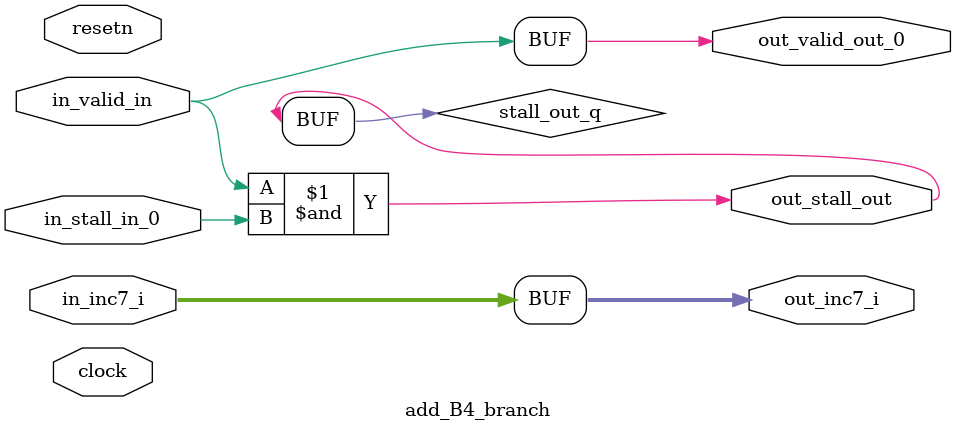
<source format=sv>



(* altera_attribute = "-name AUTO_SHIFT_REGISTER_RECOGNITION OFF; -name MESSAGE_DISABLE 10036; -name MESSAGE_DISABLE 10037; -name MESSAGE_DISABLE 14130; -name MESSAGE_DISABLE 14320; -name MESSAGE_DISABLE 15400; -name MESSAGE_DISABLE 14130; -name MESSAGE_DISABLE 10036; -name MESSAGE_DISABLE 12020; -name MESSAGE_DISABLE 12030; -name MESSAGE_DISABLE 12010; -name MESSAGE_DISABLE 12110; -name MESSAGE_DISABLE 14320; -name MESSAGE_DISABLE 13410; -name MESSAGE_DISABLE 113007; -name MESSAGE_DISABLE 10958" *)
module add_B4_branch (
    input wire [31:0] in_inc7_i,
    input wire [0:0] in_stall_in_0,
    input wire [0:0] in_valid_in,
    output wire [31:0] out_inc7_i,
    output wire [0:0] out_stall_out,
    output wire [0:0] out_valid_out_0,
    input wire clock,
    input wire resetn
    );

    wire [0:0] stall_out_q;


    // out_inc7_i(GPOUT,5)
    assign out_inc7_i = in_inc7_i;

    // stall_out(LOGICAL,8)
    assign stall_out_q = in_valid_in & in_stall_in_0;

    // out_stall_out(GPOUT,6)
    assign out_stall_out = stall_out_q;

    // out_valid_out_0(GPOUT,7)
    assign out_valid_out_0 = in_valid_in;

endmodule

</source>
